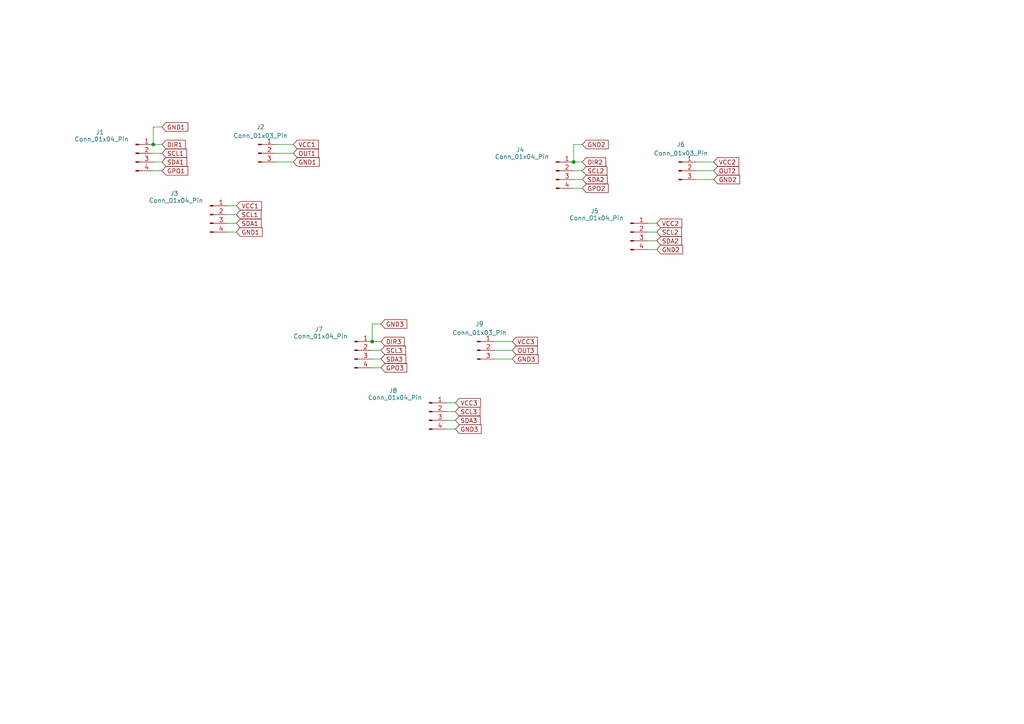
<source format=kicad_sch>
(kicad_sch
	(version 20250114)
	(generator "eeschema")
	(generator_version "9.0")
	(uuid "eb712df4-73c8-4650-b059-aef9392fc849")
	(paper "A4")
	(lib_symbols
		(symbol "Connector:Conn_01x03_Pin"
			(pin_names
				(offset 1.016)
				(hide yes)
			)
			(exclude_from_sim no)
			(in_bom yes)
			(on_board yes)
			(property "Reference" "J"
				(at 0 5.08 0)
				(effects
					(font
						(size 1.27 1.27)
					)
				)
			)
			(property "Value" "Conn_01x03_Pin"
				(at 0 -5.08 0)
				(effects
					(font
						(size 1.27 1.27)
					)
				)
			)
			(property "Footprint" ""
				(at 0 0 0)
				(effects
					(font
						(size 1.27 1.27)
					)
					(hide yes)
				)
			)
			(property "Datasheet" "~"
				(at 0 0 0)
				(effects
					(font
						(size 1.27 1.27)
					)
					(hide yes)
				)
			)
			(property "Description" "Generic connector, single row, 01x03, script generated"
				(at 0 0 0)
				(effects
					(font
						(size 1.27 1.27)
					)
					(hide yes)
				)
			)
			(property "ki_locked" ""
				(at 0 0 0)
				(effects
					(font
						(size 1.27 1.27)
					)
				)
			)
			(property "ki_keywords" "connector"
				(at 0 0 0)
				(effects
					(font
						(size 1.27 1.27)
					)
					(hide yes)
				)
			)
			(property "ki_fp_filters" "Connector*:*_1x??_*"
				(at 0 0 0)
				(effects
					(font
						(size 1.27 1.27)
					)
					(hide yes)
				)
			)
			(symbol "Conn_01x03_Pin_1_1"
				(rectangle
					(start 0.8636 2.667)
					(end 0 2.413)
					(stroke
						(width 0.1524)
						(type default)
					)
					(fill
						(type outline)
					)
				)
				(rectangle
					(start 0.8636 0.127)
					(end 0 -0.127)
					(stroke
						(width 0.1524)
						(type default)
					)
					(fill
						(type outline)
					)
				)
				(rectangle
					(start 0.8636 -2.413)
					(end 0 -2.667)
					(stroke
						(width 0.1524)
						(type default)
					)
					(fill
						(type outline)
					)
				)
				(polyline
					(pts
						(xy 1.27 2.54) (xy 0.8636 2.54)
					)
					(stroke
						(width 0.1524)
						(type default)
					)
					(fill
						(type none)
					)
				)
				(polyline
					(pts
						(xy 1.27 0) (xy 0.8636 0)
					)
					(stroke
						(width 0.1524)
						(type default)
					)
					(fill
						(type none)
					)
				)
				(polyline
					(pts
						(xy 1.27 -2.54) (xy 0.8636 -2.54)
					)
					(stroke
						(width 0.1524)
						(type default)
					)
					(fill
						(type none)
					)
				)
				(pin passive line
					(at 5.08 2.54 180)
					(length 3.81)
					(name "Pin_1"
						(effects
							(font
								(size 1.27 1.27)
							)
						)
					)
					(number "1"
						(effects
							(font
								(size 1.27 1.27)
							)
						)
					)
				)
				(pin passive line
					(at 5.08 0 180)
					(length 3.81)
					(name "Pin_2"
						(effects
							(font
								(size 1.27 1.27)
							)
						)
					)
					(number "2"
						(effects
							(font
								(size 1.27 1.27)
							)
						)
					)
				)
				(pin passive line
					(at 5.08 -2.54 180)
					(length 3.81)
					(name "Pin_3"
						(effects
							(font
								(size 1.27 1.27)
							)
						)
					)
					(number "3"
						(effects
							(font
								(size 1.27 1.27)
							)
						)
					)
				)
			)
			(embedded_fonts no)
		)
		(symbol "Connector:Conn_01x04_Pin"
			(pin_names
				(offset 1.016)
				(hide yes)
			)
			(exclude_from_sim no)
			(in_bom yes)
			(on_board yes)
			(property "Reference" "J"
				(at 0 5.08 0)
				(effects
					(font
						(size 1.27 1.27)
					)
				)
			)
			(property "Value" "Conn_01x04_Pin"
				(at 0 -7.62 0)
				(effects
					(font
						(size 1.27 1.27)
					)
				)
			)
			(property "Footprint" ""
				(at 0 0 0)
				(effects
					(font
						(size 1.27 1.27)
					)
					(hide yes)
				)
			)
			(property "Datasheet" "~"
				(at 0 0 0)
				(effects
					(font
						(size 1.27 1.27)
					)
					(hide yes)
				)
			)
			(property "Description" "Generic connector, single row, 01x04, script generated"
				(at 0 0 0)
				(effects
					(font
						(size 1.27 1.27)
					)
					(hide yes)
				)
			)
			(property "ki_locked" ""
				(at 0 0 0)
				(effects
					(font
						(size 1.27 1.27)
					)
				)
			)
			(property "ki_keywords" "connector"
				(at 0 0 0)
				(effects
					(font
						(size 1.27 1.27)
					)
					(hide yes)
				)
			)
			(property "ki_fp_filters" "Connector*:*_1x??_*"
				(at 0 0 0)
				(effects
					(font
						(size 1.27 1.27)
					)
					(hide yes)
				)
			)
			(symbol "Conn_01x04_Pin_1_1"
				(rectangle
					(start 0.8636 2.667)
					(end 0 2.413)
					(stroke
						(width 0.1524)
						(type default)
					)
					(fill
						(type outline)
					)
				)
				(rectangle
					(start 0.8636 0.127)
					(end 0 -0.127)
					(stroke
						(width 0.1524)
						(type default)
					)
					(fill
						(type outline)
					)
				)
				(rectangle
					(start 0.8636 -2.413)
					(end 0 -2.667)
					(stroke
						(width 0.1524)
						(type default)
					)
					(fill
						(type outline)
					)
				)
				(rectangle
					(start 0.8636 -4.953)
					(end 0 -5.207)
					(stroke
						(width 0.1524)
						(type default)
					)
					(fill
						(type outline)
					)
				)
				(polyline
					(pts
						(xy 1.27 2.54) (xy 0.8636 2.54)
					)
					(stroke
						(width 0.1524)
						(type default)
					)
					(fill
						(type none)
					)
				)
				(polyline
					(pts
						(xy 1.27 0) (xy 0.8636 0)
					)
					(stroke
						(width 0.1524)
						(type default)
					)
					(fill
						(type none)
					)
				)
				(polyline
					(pts
						(xy 1.27 -2.54) (xy 0.8636 -2.54)
					)
					(stroke
						(width 0.1524)
						(type default)
					)
					(fill
						(type none)
					)
				)
				(polyline
					(pts
						(xy 1.27 -5.08) (xy 0.8636 -5.08)
					)
					(stroke
						(width 0.1524)
						(type default)
					)
					(fill
						(type none)
					)
				)
				(pin passive line
					(at 5.08 2.54 180)
					(length 3.81)
					(name "Pin_1"
						(effects
							(font
								(size 1.27 1.27)
							)
						)
					)
					(number "1"
						(effects
							(font
								(size 1.27 1.27)
							)
						)
					)
				)
				(pin passive line
					(at 5.08 0 180)
					(length 3.81)
					(name "Pin_2"
						(effects
							(font
								(size 1.27 1.27)
							)
						)
					)
					(number "2"
						(effects
							(font
								(size 1.27 1.27)
							)
						)
					)
				)
				(pin passive line
					(at 5.08 -2.54 180)
					(length 3.81)
					(name "Pin_3"
						(effects
							(font
								(size 1.27 1.27)
							)
						)
					)
					(number "3"
						(effects
							(font
								(size 1.27 1.27)
							)
						)
					)
				)
				(pin passive line
					(at 5.08 -5.08 180)
					(length 3.81)
					(name "Pin_4"
						(effects
							(font
								(size 1.27 1.27)
							)
						)
					)
					(number "4"
						(effects
							(font
								(size 1.27 1.27)
							)
						)
					)
				)
			)
			(embedded_fonts no)
		)
	)
	(junction
		(at 166.37 46.99)
		(diameter 0)
		(color 0 0 0 0)
		(uuid "459f9bb7-3449-487b-be55-b39602a53da9")
	)
	(junction
		(at 44.45 41.91)
		(diameter 0)
		(color 0 0 0 0)
		(uuid "c234cbec-e479-439d-97b1-abc4a6fa8059")
	)
	(junction
		(at 107.95 99.06)
		(diameter 0)
		(color 0 0 0 0)
		(uuid "c8a9724e-7a42-465f-8f7d-5761cc1cffb6")
	)
	(wire
		(pts
			(xy 80.01 41.91) (xy 85.09 41.91)
		)
		(stroke
			(width 0)
			(type default)
		)
		(uuid "05721362-e272-49a4-8bca-5570da0272a5")
	)
	(wire
		(pts
			(xy 46.99 36.83) (xy 44.45 36.83)
		)
		(stroke
			(width 0)
			(type default)
		)
		(uuid "1046ff8a-0b66-4351-844e-3a20943ca96b")
	)
	(wire
		(pts
			(xy 187.96 69.85) (xy 190.5 69.85)
		)
		(stroke
			(width 0)
			(type default)
		)
		(uuid "11f593d7-ffa6-450b-83f5-12febc5f82a6")
	)
	(wire
		(pts
			(xy 168.91 41.91) (xy 166.37 41.91)
		)
		(stroke
			(width 0)
			(type default)
		)
		(uuid "18e04f0c-e8d5-4b47-bb42-6202f05ba3a3")
	)
	(wire
		(pts
			(xy 129.54 124.46) (xy 132.08 124.46)
		)
		(stroke
			(width 0)
			(type default)
		)
		(uuid "1e83fa2f-9065-45e1-870d-50074c102520")
	)
	(wire
		(pts
			(xy 143.51 99.06) (xy 148.59 99.06)
		)
		(stroke
			(width 0)
			(type default)
		)
		(uuid "21713d14-b23e-4efc-8cc6-09e16e030d9d")
	)
	(wire
		(pts
			(xy 143.51 104.14) (xy 148.59 104.14)
		)
		(stroke
			(width 0)
			(type default)
		)
		(uuid "227528ae-e6dd-4e68-b18d-ff4645086ac6")
	)
	(wire
		(pts
			(xy 166.37 52.07) (xy 168.91 52.07)
		)
		(stroke
			(width 0)
			(type default)
		)
		(uuid "2be49602-0ede-4041-81f2-1ed295afb092")
	)
	(wire
		(pts
			(xy 44.45 41.91) (xy 46.99 41.91)
		)
		(stroke
			(width 0)
			(type default)
		)
		(uuid "3eb21d9d-1cff-4a1f-be2b-3fc7d0a1841e")
	)
	(wire
		(pts
			(xy 107.95 104.14) (xy 110.49 104.14)
		)
		(stroke
			(width 0)
			(type default)
		)
		(uuid "4296f6e9-e5e8-4b54-b70c-bfeb132b91ee")
	)
	(wire
		(pts
			(xy 143.51 101.6) (xy 148.59 101.6)
		)
		(stroke
			(width 0)
			(type default)
		)
		(uuid "442dd0b1-aa4d-4c02-a478-13af44426f9d")
	)
	(wire
		(pts
			(xy 129.54 116.84) (xy 132.08 116.84)
		)
		(stroke
			(width 0)
			(type default)
		)
		(uuid "5422e79a-c2aa-4420-8053-bfc9ec260882")
	)
	(wire
		(pts
			(xy 107.95 99.06) (xy 110.49 99.06)
		)
		(stroke
			(width 0)
			(type default)
		)
		(uuid "5d7aaf67-938d-4886-83bb-17f70307097a")
	)
	(wire
		(pts
			(xy 44.45 36.83) (xy 44.45 41.91)
		)
		(stroke
			(width 0)
			(type default)
		)
		(uuid "60d408e0-6d7c-42dc-b1f6-bffd99899aab")
	)
	(wire
		(pts
			(xy 66.04 62.23) (xy 68.58 62.23)
		)
		(stroke
			(width 0)
			(type default)
		)
		(uuid "652e94f9-a16d-4909-8c18-0bb02138e4c5")
	)
	(wire
		(pts
			(xy 44.45 49.53) (xy 46.99 49.53)
		)
		(stroke
			(width 0)
			(type default)
		)
		(uuid "65fb5167-af21-43d7-baaf-6d08f38645b1")
	)
	(wire
		(pts
			(xy 66.04 64.77) (xy 68.58 64.77)
		)
		(stroke
			(width 0)
			(type default)
		)
		(uuid "682cf6c8-b0d5-4486-8161-9ec0701dab29")
	)
	(wire
		(pts
			(xy 107.95 101.6) (xy 110.49 101.6)
		)
		(stroke
			(width 0)
			(type default)
		)
		(uuid "6b3ff2a8-ad8a-4e75-b597-4a312b42ce96")
	)
	(wire
		(pts
			(xy 107.95 106.68) (xy 110.49 106.68)
		)
		(stroke
			(width 0)
			(type default)
		)
		(uuid "897facdd-5daf-4a60-8e75-312c3c7806f3")
	)
	(wire
		(pts
			(xy 166.37 54.61) (xy 168.91 54.61)
		)
		(stroke
			(width 0)
			(type default)
		)
		(uuid "8d404006-59e5-4ffb-9e6b-f864bf3af8c5")
	)
	(wire
		(pts
			(xy 201.93 49.53) (xy 207.01 49.53)
		)
		(stroke
			(width 0)
			(type default)
		)
		(uuid "92529e39-da72-443d-ad28-1359ef07fc14")
	)
	(wire
		(pts
			(xy 166.37 41.91) (xy 166.37 46.99)
		)
		(stroke
			(width 0)
			(type default)
		)
		(uuid "97903b90-45b6-42e4-b796-0f842960bcc1")
	)
	(wire
		(pts
			(xy 110.49 93.98) (xy 107.95 93.98)
		)
		(stroke
			(width 0)
			(type default)
		)
		(uuid "9adfee49-8af7-4af2-b841-5b0ae51f7db9")
	)
	(wire
		(pts
			(xy 80.01 46.99) (xy 85.09 46.99)
		)
		(stroke
			(width 0)
			(type default)
		)
		(uuid "b6586888-7916-4666-bde5-9d517b64eb50")
	)
	(wire
		(pts
			(xy 44.45 44.45) (xy 46.99 44.45)
		)
		(stroke
			(width 0)
			(type default)
		)
		(uuid "c1864f79-21f0-43b7-beaf-7cf261131e7a")
	)
	(wire
		(pts
			(xy 187.96 64.77) (xy 190.5 64.77)
		)
		(stroke
			(width 0)
			(type default)
		)
		(uuid "c47ea73c-59fe-43bc-8acc-764ff0311ce7")
	)
	(wire
		(pts
			(xy 187.96 67.31) (xy 190.5 67.31)
		)
		(stroke
			(width 0)
			(type default)
		)
		(uuid "c8dd815d-d86f-4fff-a2dc-b0bbb9f4f3a8")
	)
	(wire
		(pts
			(xy 129.54 121.92) (xy 132.08 121.92)
		)
		(stroke
			(width 0)
			(type default)
		)
		(uuid "cf92a834-4a53-42d7-a31e-6ed0fe58fecf")
	)
	(wire
		(pts
			(xy 129.54 119.38) (xy 132.08 119.38)
		)
		(stroke
			(width 0)
			(type default)
		)
		(uuid "d5adf2b7-5bf0-496d-9542-5878fef9616f")
	)
	(wire
		(pts
			(xy 66.04 67.31) (xy 68.58 67.31)
		)
		(stroke
			(width 0)
			(type default)
		)
		(uuid "d824af14-ba6a-4e96-a6ad-feab5bdb384d")
	)
	(wire
		(pts
			(xy 201.93 52.07) (xy 207.01 52.07)
		)
		(stroke
			(width 0)
			(type default)
		)
		(uuid "de152138-1c90-422a-a731-80dd23e56261")
	)
	(wire
		(pts
			(xy 201.93 46.99) (xy 207.01 46.99)
		)
		(stroke
			(width 0)
			(type default)
		)
		(uuid "df3b5c7e-6031-43ee-8f4a-bee112a6ac8a")
	)
	(wire
		(pts
			(xy 166.37 46.99) (xy 168.91 46.99)
		)
		(stroke
			(width 0)
			(type default)
		)
		(uuid "e53fcaec-238e-49a6-ba52-8c2f76cd512e")
	)
	(wire
		(pts
			(xy 66.04 59.69) (xy 68.58 59.69)
		)
		(stroke
			(width 0)
			(type default)
		)
		(uuid "ea95d258-d907-4ee4-8899-500f1842bdb0")
	)
	(wire
		(pts
			(xy 80.01 44.45) (xy 85.09 44.45)
		)
		(stroke
			(width 0)
			(type default)
		)
		(uuid "ecb58ee8-6d33-4620-8c67-7e25821c4a40")
	)
	(wire
		(pts
			(xy 107.95 93.98) (xy 107.95 99.06)
		)
		(stroke
			(width 0)
			(type default)
		)
		(uuid "f26df874-f543-498a-ae99-1936394258d8")
	)
	(wire
		(pts
			(xy 44.45 46.99) (xy 46.99 46.99)
		)
		(stroke
			(width 0)
			(type default)
		)
		(uuid "fa91fa55-2837-4905-8c6a-3cad4c366fce")
	)
	(wire
		(pts
			(xy 187.96 72.39) (xy 190.5 72.39)
		)
		(stroke
			(width 0)
			(type default)
		)
		(uuid "fe430a5f-b04b-4471-94b4-59c83ee222d8")
	)
	(wire
		(pts
			(xy 166.37 49.53) (xy 168.91 49.53)
		)
		(stroke
			(width 0)
			(type default)
		)
		(uuid "ff43943d-60f7-4b4e-80fb-53ea3b670296")
	)
	(global_label "GND1"
		(shape input)
		(at 46.99 36.83 0)
		(fields_autoplaced yes)
		(effects
			(font
				(size 1.27 1.27)
			)
			(justify left)
		)
		(uuid "02252e93-6dbe-4cf7-ac54-7bab68b931e5")
		(property "Intersheetrefs" "${INTERSHEET_REFS}"
			(at 55.0552 36.83 0)
			(effects
				(font
					(size 1.27 1.27)
				)
				(justify left)
				(hide yes)
			)
		)
	)
	(global_label "VCC2"
		(shape input)
		(at 207.01 46.99 0)
		(fields_autoplaced yes)
		(effects
			(font
				(size 1.27 1.27)
			)
			(justify left)
		)
		(uuid "03c99353-ef07-4738-a420-6924f707a1b1")
		(property "Intersheetrefs" "${INTERSHEET_REFS}"
			(at 214.8333 46.99 0)
			(effects
				(font
					(size 1.27 1.27)
				)
				(justify left)
				(hide yes)
			)
		)
	)
	(global_label "GND1"
		(shape input)
		(at 68.58 67.31 0)
		(fields_autoplaced yes)
		(effects
			(font
				(size 1.27 1.27)
			)
			(justify left)
		)
		(uuid "05912be5-cb62-48a1-b503-2992b69b3e75")
		(property "Intersheetrefs" "${INTERSHEET_REFS}"
			(at 76.6452 67.31 0)
			(effects
				(font
					(size 1.27 1.27)
				)
				(justify left)
				(hide yes)
			)
		)
	)
	(global_label "SCL1"
		(shape input)
		(at 46.99 44.45 0)
		(fields_autoplaced yes)
		(effects
			(font
				(size 1.27 1.27)
			)
			(justify left)
		)
		(uuid "0f66e3e4-2505-44b2-ac06-38d3be3fa341")
		(property "Intersheetrefs" "${INTERSHEET_REFS}"
			(at 54.6923 44.45 0)
			(effects
				(font
					(size 1.27 1.27)
				)
				(justify left)
				(hide yes)
			)
		)
	)
	(global_label "GPO1"
		(shape input)
		(at 46.99 49.53 0)
		(fields_autoplaced yes)
		(effects
			(font
				(size 1.27 1.27)
			)
			(justify left)
		)
		(uuid "0f6bd5da-1c90-4177-94f1-79e63ecba757")
		(property "Intersheetrefs" "${INTERSHEET_REFS}"
			(at 55.0552 49.53 0)
			(effects
				(font
					(size 1.27 1.27)
				)
				(justify left)
				(hide yes)
			)
		)
	)
	(global_label "SDA1"
		(shape input)
		(at 68.58 64.77 0)
		(fields_autoplaced yes)
		(effects
			(font
				(size 1.27 1.27)
			)
			(justify left)
		)
		(uuid "15070e95-e878-4ea8-b208-10bf6d0f6431")
		(property "Intersheetrefs" "${INTERSHEET_REFS}"
			(at 76.3428 64.77 0)
			(effects
				(font
					(size 1.27 1.27)
				)
				(justify left)
				(hide yes)
			)
		)
	)
	(global_label "OUT3"
		(shape input)
		(at 148.59 101.6 0)
		(fields_autoplaced yes)
		(effects
			(font
				(size 1.27 1.27)
			)
			(justify left)
		)
		(uuid "156e6b8c-b2b9-4020-bfef-a8f14d4ac7e8")
		(property "Intersheetrefs" "${INTERSHEET_REFS}"
			(at 156.4133 101.6 0)
			(effects
				(font
					(size 1.27 1.27)
				)
				(justify left)
				(hide yes)
			)
		)
	)
	(global_label "GPO3"
		(shape input)
		(at 110.49 106.68 0)
		(fields_autoplaced yes)
		(effects
			(font
				(size 1.27 1.27)
			)
			(justify left)
		)
		(uuid "1648fb5d-7b29-41c8-b1bc-833fa8037914")
		(property "Intersheetrefs" "${INTERSHEET_REFS}"
			(at 118.5552 106.68 0)
			(effects
				(font
					(size 1.27 1.27)
				)
				(justify left)
				(hide yes)
			)
		)
	)
	(global_label "SDA2"
		(shape input)
		(at 190.5 69.85 0)
		(fields_autoplaced yes)
		(effects
			(font
				(size 1.27 1.27)
			)
			(justify left)
		)
		(uuid "18b8fc09-d0c4-4067-a75d-adb124e5028e")
		(property "Intersheetrefs" "${INTERSHEET_REFS}"
			(at 198.2628 69.85 0)
			(effects
				(font
					(size 1.27 1.27)
				)
				(justify left)
				(hide yes)
			)
		)
	)
	(global_label "SCL1"
		(shape input)
		(at 68.58 62.23 0)
		(fields_autoplaced yes)
		(effects
			(font
				(size 1.27 1.27)
			)
			(justify left)
		)
		(uuid "22eaa459-6363-42c4-9faf-5b3e77f99a78")
		(property "Intersheetrefs" "${INTERSHEET_REFS}"
			(at 76.2823 62.23 0)
			(effects
				(font
					(size 1.27 1.27)
				)
				(justify left)
				(hide yes)
			)
		)
	)
	(global_label "SDA3"
		(shape input)
		(at 132.08 121.92 0)
		(fields_autoplaced yes)
		(effects
			(font
				(size 1.27 1.27)
			)
			(justify left)
		)
		(uuid "33c75c1d-9381-4bd9-bfd1-07821b5e4051")
		(property "Intersheetrefs" "${INTERSHEET_REFS}"
			(at 139.8428 121.92 0)
			(effects
				(font
					(size 1.27 1.27)
				)
				(justify left)
				(hide yes)
			)
		)
	)
	(global_label "GND3"
		(shape input)
		(at 148.59 104.14 0)
		(fields_autoplaced yes)
		(effects
			(font
				(size 1.27 1.27)
			)
			(justify left)
		)
		(uuid "47bead54-0a92-4895-a638-4eb2d45f8ba5")
		(property "Intersheetrefs" "${INTERSHEET_REFS}"
			(at 156.6552 104.14 0)
			(effects
				(font
					(size 1.27 1.27)
				)
				(justify left)
				(hide yes)
			)
		)
	)
	(global_label "VCC3"
		(shape input)
		(at 132.08 116.84 0)
		(fields_autoplaced yes)
		(effects
			(font
				(size 1.27 1.27)
			)
			(justify left)
		)
		(uuid "4c13b3b3-7208-4c36-a365-75d792a08976")
		(property "Intersheetrefs" "${INTERSHEET_REFS}"
			(at 139.9033 116.84 0)
			(effects
				(font
					(size 1.27 1.27)
				)
				(justify left)
				(hide yes)
			)
		)
	)
	(global_label "GND3"
		(shape input)
		(at 110.49 93.98 0)
		(fields_autoplaced yes)
		(effects
			(font
				(size 1.27 1.27)
			)
			(justify left)
		)
		(uuid "4c2300e0-3846-4c05-8988-95eb3cbe982a")
		(property "Intersheetrefs" "${INTERSHEET_REFS}"
			(at 118.5552 93.98 0)
			(effects
				(font
					(size 1.27 1.27)
				)
				(justify left)
				(hide yes)
			)
		)
	)
	(global_label "SDA2"
		(shape input)
		(at 168.91 52.07 0)
		(fields_autoplaced yes)
		(effects
			(font
				(size 1.27 1.27)
			)
			(justify left)
		)
		(uuid "5189f2c4-8bb3-468f-a9a4-9a6cdb0250db")
		(property "Intersheetrefs" "${INTERSHEET_REFS}"
			(at 176.6728 52.07 0)
			(effects
				(font
					(size 1.27 1.27)
				)
				(justify left)
				(hide yes)
			)
		)
	)
	(global_label "VCC1"
		(shape input)
		(at 85.09 41.91 0)
		(fields_autoplaced yes)
		(effects
			(font
				(size 1.27 1.27)
			)
			(justify left)
		)
		(uuid "593e2227-7830-4210-9d9c-e782da21be43")
		(property "Intersheetrefs" "${INTERSHEET_REFS}"
			(at 92.9133 41.91 0)
			(effects
				(font
					(size 1.27 1.27)
				)
				(justify left)
				(hide yes)
			)
		)
	)
	(global_label "GND2"
		(shape input)
		(at 168.91 41.91 0)
		(fields_autoplaced yes)
		(effects
			(font
				(size 1.27 1.27)
			)
			(justify left)
		)
		(uuid "5dcdd712-5a15-4114-89ba-f570fb28113c")
		(property "Intersheetrefs" "${INTERSHEET_REFS}"
			(at 176.9752 41.91 0)
			(effects
				(font
					(size 1.27 1.27)
				)
				(justify left)
				(hide yes)
			)
		)
	)
	(global_label "SCL2"
		(shape input)
		(at 168.91 49.53 0)
		(fields_autoplaced yes)
		(effects
			(font
				(size 1.27 1.27)
			)
			(justify left)
		)
		(uuid "5ee90709-00f5-4043-9196-5a805dd65454")
		(property "Intersheetrefs" "${INTERSHEET_REFS}"
			(at 176.6123 49.53 0)
			(effects
				(font
					(size 1.27 1.27)
				)
				(justify left)
				(hide yes)
			)
		)
	)
	(global_label "SDA3"
		(shape input)
		(at 110.49 104.14 0)
		(fields_autoplaced yes)
		(effects
			(font
				(size 1.27 1.27)
			)
			(justify left)
		)
		(uuid "63ee89b5-951d-4ce3-af95-f6224733223d")
		(property "Intersheetrefs" "${INTERSHEET_REFS}"
			(at 118.2528 104.14 0)
			(effects
				(font
					(size 1.27 1.27)
				)
				(justify left)
				(hide yes)
			)
		)
	)
	(global_label "VCC2"
		(shape input)
		(at 190.5 64.77 0)
		(fields_autoplaced yes)
		(effects
			(font
				(size 1.27 1.27)
			)
			(justify left)
		)
		(uuid "6953efe2-8d2d-4c86-bac0-4e1260584d39")
		(property "Intersheetrefs" "${INTERSHEET_REFS}"
			(at 198.3233 64.77 0)
			(effects
				(font
					(size 1.27 1.27)
				)
				(justify left)
				(hide yes)
			)
		)
	)
	(global_label "SCL3"
		(shape input)
		(at 132.08 119.38 0)
		(fields_autoplaced yes)
		(effects
			(font
				(size 1.27 1.27)
			)
			(justify left)
		)
		(uuid "6b3eea2f-2a18-408f-bbd9-34470965e318")
		(property "Intersheetrefs" "${INTERSHEET_REFS}"
			(at 139.7823 119.38 0)
			(effects
				(font
					(size 1.27 1.27)
				)
				(justify left)
				(hide yes)
			)
		)
	)
	(global_label "GND3"
		(shape input)
		(at 132.08 124.46 0)
		(fields_autoplaced yes)
		(effects
			(font
				(size 1.27 1.27)
			)
			(justify left)
		)
		(uuid "74bbc93e-82a3-45a8-8611-d2fdc9467d91")
		(property "Intersheetrefs" "${INTERSHEET_REFS}"
			(at 140.1452 124.46 0)
			(effects
				(font
					(size 1.27 1.27)
				)
				(justify left)
				(hide yes)
			)
		)
	)
	(global_label "SCL2"
		(shape input)
		(at 190.5 67.31 0)
		(fields_autoplaced yes)
		(effects
			(font
				(size 1.27 1.27)
			)
			(justify left)
		)
		(uuid "88ee7c1c-379f-4605-bdbb-a950d5e52eb0")
		(property "Intersheetrefs" "${INTERSHEET_REFS}"
			(at 198.2023 67.31 0)
			(effects
				(font
					(size 1.27 1.27)
				)
				(justify left)
				(hide yes)
			)
		)
	)
	(global_label "SCL3"
		(shape input)
		(at 110.49 101.6 0)
		(fields_autoplaced yes)
		(effects
			(font
				(size 1.27 1.27)
			)
			(justify left)
		)
		(uuid "8ceccb50-c9d5-4be8-b9ff-060c6fdeace7")
		(property "Intersheetrefs" "${INTERSHEET_REFS}"
			(at 118.1923 101.6 0)
			(effects
				(font
					(size 1.27 1.27)
				)
				(justify left)
				(hide yes)
			)
		)
	)
	(global_label "SDA1"
		(shape input)
		(at 46.99 46.99 0)
		(fields_autoplaced yes)
		(effects
			(font
				(size 1.27 1.27)
			)
			(justify left)
		)
		(uuid "97b96f3f-b82b-49af-8bcc-4c1f7b11d0e3")
		(property "Intersheetrefs" "${INTERSHEET_REFS}"
			(at 54.7528 46.99 0)
			(effects
				(font
					(size 1.27 1.27)
				)
				(justify left)
				(hide yes)
			)
		)
	)
	(global_label "DIR3"
		(shape input)
		(at 110.49 99.06 0)
		(fields_autoplaced yes)
		(effects
			(font
				(size 1.27 1.27)
			)
			(justify left)
		)
		(uuid "ad388495-d898-489f-8998-df137ee48ea5")
		(property "Intersheetrefs" "${INTERSHEET_REFS}"
			(at 117.8295 99.06 0)
			(effects
				(font
					(size 1.27 1.27)
				)
				(justify left)
				(hide yes)
			)
		)
	)
	(global_label "GPO2"
		(shape input)
		(at 168.91 54.61 0)
		(fields_autoplaced yes)
		(effects
			(font
				(size 1.27 1.27)
			)
			(justify left)
		)
		(uuid "c43eaf9b-02bd-40b6-ae4f-8daa71307244")
		(property "Intersheetrefs" "${INTERSHEET_REFS}"
			(at 176.9752 54.61 0)
			(effects
				(font
					(size 1.27 1.27)
				)
				(justify left)
				(hide yes)
			)
		)
	)
	(global_label "GND1"
		(shape input)
		(at 85.09 46.99 0)
		(fields_autoplaced yes)
		(effects
			(font
				(size 1.27 1.27)
			)
			(justify left)
		)
		(uuid "c8625f11-96fd-4fb2-b8c0-be4c6a0301ff")
		(property "Intersheetrefs" "${INTERSHEET_REFS}"
			(at 93.1552 46.99 0)
			(effects
				(font
					(size 1.27 1.27)
				)
				(justify left)
				(hide yes)
			)
		)
	)
	(global_label "VCC1"
		(shape input)
		(at 68.58 59.69 0)
		(fields_autoplaced yes)
		(effects
			(font
				(size 1.27 1.27)
			)
			(justify left)
		)
		(uuid "c90d8bd5-18dc-4569-9c9b-01c81d055942")
		(property "Intersheetrefs" "${INTERSHEET_REFS}"
			(at 76.4033 59.69 0)
			(effects
				(font
					(size 1.27 1.27)
				)
				(justify left)
				(hide yes)
			)
		)
	)
	(global_label "GND2"
		(shape input)
		(at 207.01 52.07 0)
		(fields_autoplaced yes)
		(effects
			(font
				(size 1.27 1.27)
			)
			(justify left)
		)
		(uuid "d2c36585-46bb-4b60-90fe-2bf9af543fec")
		(property "Intersheetrefs" "${INTERSHEET_REFS}"
			(at 215.0752 52.07 0)
			(effects
				(font
					(size 1.27 1.27)
				)
				(justify left)
				(hide yes)
			)
		)
	)
	(global_label "OUT2"
		(shape input)
		(at 207.01 49.53 0)
		(fields_autoplaced yes)
		(effects
			(font
				(size 1.27 1.27)
			)
			(justify left)
		)
		(uuid "dc38dc55-62c4-4ed5-af8e-039f99bacbf0")
		(property "Intersheetrefs" "${INTERSHEET_REFS}"
			(at 214.8333 49.53 0)
			(effects
				(font
					(size 1.27 1.27)
				)
				(justify left)
				(hide yes)
			)
		)
	)
	(global_label "DIR2"
		(shape input)
		(at 168.91 46.99 0)
		(fields_autoplaced yes)
		(effects
			(font
				(size 1.27 1.27)
			)
			(justify left)
		)
		(uuid "df05a130-0d5a-4342-a67a-b1793956f469")
		(property "Intersheetrefs" "${INTERSHEET_REFS}"
			(at 176.2495 46.99 0)
			(effects
				(font
					(size 1.27 1.27)
				)
				(justify left)
				(hide yes)
			)
		)
	)
	(global_label "OUT1"
		(shape input)
		(at 85.09 44.45 0)
		(fields_autoplaced yes)
		(effects
			(font
				(size 1.27 1.27)
			)
			(justify left)
		)
		(uuid "e3ac97ce-4bc6-41ac-8ccb-4fa6197c9f35")
		(property "Intersheetrefs" "${INTERSHEET_REFS}"
			(at 92.9133 44.45 0)
			(effects
				(font
					(size 1.27 1.27)
				)
				(justify left)
				(hide yes)
			)
		)
	)
	(global_label "VCC3"
		(shape input)
		(at 148.59 99.06 0)
		(fields_autoplaced yes)
		(effects
			(font
				(size 1.27 1.27)
			)
			(justify left)
		)
		(uuid "e85efe60-ef7e-4455-9198-fc1abf2c96ba")
		(property "Intersheetrefs" "${INTERSHEET_REFS}"
			(at 156.4133 99.06 0)
			(effects
				(font
					(size 1.27 1.27)
				)
				(justify left)
				(hide yes)
			)
		)
	)
	(global_label "GND2"
		(shape input)
		(at 190.5 72.39 0)
		(fields_autoplaced yes)
		(effects
			(font
				(size 1.27 1.27)
			)
			(justify left)
		)
		(uuid "ead94607-3456-459a-b231-711a09069c83")
		(property "Intersheetrefs" "${INTERSHEET_REFS}"
			(at 198.5652 72.39 0)
			(effects
				(font
					(size 1.27 1.27)
				)
				(justify left)
				(hide yes)
			)
		)
	)
	(global_label "DIR1"
		(shape input)
		(at 46.99 41.91 0)
		(fields_autoplaced yes)
		(effects
			(font
				(size 1.27 1.27)
			)
			(justify left)
		)
		(uuid "ec779f7e-926a-4158-ba96-faeef9885a94")
		(property "Intersheetrefs" "${INTERSHEET_REFS}"
			(at 54.3295 41.91 0)
			(effects
				(font
					(size 1.27 1.27)
				)
				(justify left)
				(hide yes)
			)
		)
	)
	(symbol
		(lib_id "Connector:Conn_01x03_Pin")
		(at 196.85 49.53 0)
		(unit 1)
		(exclude_from_sim no)
		(in_bom yes)
		(on_board yes)
		(dnp no)
		(fields_autoplaced yes)
		(uuid "0b5861e7-c82e-4f5b-b6a4-a13d1306698f")
		(property "Reference" "J6"
			(at 197.485 41.91 0)
			(effects
				(font
					(size 1.27 1.27)
				)
			)
		)
		(property "Value" "Conn_01x03_Pin"
			(at 197.485 44.45 0)
			(effects
				(font
					(size 1.27 1.27)
				)
			)
		)
		(property "Footprint" "Connector_PinHeader_2.54mm:PinHeader_1x03_P2.54mm_Vertical"
			(at 196.85 49.53 0)
			(effects
				(font
					(size 1.27 1.27)
				)
				(hide yes)
			)
		)
		(property "Datasheet" "~"
			(at 196.85 49.53 0)
			(effects
				(font
					(size 1.27 1.27)
				)
				(hide yes)
			)
		)
		(property "Description" "Generic connector, single row, 01x03, script generated"
			(at 196.85 49.53 0)
			(effects
				(font
					(size 1.27 1.27)
				)
				(hide yes)
			)
		)
		(pin "2"
			(uuid "0e88afc3-5831-4c93-b803-9efd1c14de52")
		)
		(pin "1"
			(uuid "0971d93e-fcf4-472d-8c6e-f7a29dc3df13")
		)
		(pin "3"
			(uuid "c17b2bba-4f7b-4dfe-80d0-60881638a3f6")
		)
		(instances
			(project "PCB AS5600"
				(path "/eb712df4-73c8-4650-b059-aef9392fc849"
					(reference "J6")
					(unit 1)
				)
			)
		)
	)
	(symbol
		(lib_id "Connector:Conn_01x04_Pin")
		(at 39.37 44.45 0)
		(unit 1)
		(exclude_from_sim no)
		(in_bom yes)
		(on_board yes)
		(dnp no)
		(uuid "0f2b77c8-6403-4541-89e6-55f5e1559ca3")
		(property "Reference" "J1"
			(at 28.956 38.354 0)
			(effects
				(font
					(size 1.27 1.27)
				)
			)
		)
		(property "Value" "Conn_01x04_Pin"
			(at 29.464 40.386 0)
			(effects
				(font
					(size 1.27 1.27)
				)
			)
		)
		(property "Footprint" "Connector_PinHeader_2.54mm:PinHeader_1x04_P2.54mm_Vertical"
			(at 39.37 44.45 0)
			(effects
				(font
					(size 1.27 1.27)
				)
				(hide yes)
			)
		)
		(property "Datasheet" "~"
			(at 39.37 44.45 0)
			(effects
				(font
					(size 1.27 1.27)
				)
				(hide yes)
			)
		)
		(property "Description" "Generic connector, single row, 01x04, script generated"
			(at 39.37 44.45 0)
			(effects
				(font
					(size 1.27 1.27)
				)
				(hide yes)
			)
		)
		(pin "1"
			(uuid "97b6e8d3-f457-43f8-91f3-12ceaccdd60a")
		)
		(pin "2"
			(uuid "dfa118bb-c236-408e-92e3-a4e39841aec3")
		)
		(pin "4"
			(uuid "e50bd695-c6bc-4d4e-a764-0be4f1c78c1b")
		)
		(pin "3"
			(uuid "748e2022-56dc-4ce6-886d-bc814a78f964")
		)
		(instances
			(project ""
				(path "/eb712df4-73c8-4650-b059-aef9392fc849"
					(reference "J1")
					(unit 1)
				)
			)
		)
	)
	(symbol
		(lib_id "Connector:Conn_01x03_Pin")
		(at 138.43 101.6 0)
		(unit 1)
		(exclude_from_sim no)
		(in_bom yes)
		(on_board yes)
		(dnp no)
		(fields_autoplaced yes)
		(uuid "2480cb25-999c-4976-8172-d9c86737fe49")
		(property "Reference" "J9"
			(at 139.065 93.98 0)
			(effects
				(font
					(size 1.27 1.27)
				)
			)
		)
		(property "Value" "Conn_01x03_Pin"
			(at 139.065 96.52 0)
			(effects
				(font
					(size 1.27 1.27)
				)
			)
		)
		(property "Footprint" "Connector_PinHeader_2.54mm:PinHeader_1x03_P2.54mm_Vertical"
			(at 138.43 101.6 0)
			(effects
				(font
					(size 1.27 1.27)
				)
				(hide yes)
			)
		)
		(property "Datasheet" "~"
			(at 138.43 101.6 0)
			(effects
				(font
					(size 1.27 1.27)
				)
				(hide yes)
			)
		)
		(property "Description" "Generic connector, single row, 01x03, script generated"
			(at 138.43 101.6 0)
			(effects
				(font
					(size 1.27 1.27)
				)
				(hide yes)
			)
		)
		(pin "2"
			(uuid "254b74a3-cc0c-4e0b-8ee9-584fb1229e5f")
		)
		(pin "1"
			(uuid "b2ac30ab-ce71-4dda-a03d-c91125b2abe2")
		)
		(pin "3"
			(uuid "679d15bc-3466-4f90-b3e0-407e37725412")
		)
		(instances
			(project "PCB AS5600"
				(path "/eb712df4-73c8-4650-b059-aef9392fc849"
					(reference "J9")
					(unit 1)
				)
			)
		)
	)
	(symbol
		(lib_id "Connector:Conn_01x03_Pin")
		(at 74.93 44.45 0)
		(unit 1)
		(exclude_from_sim no)
		(in_bom yes)
		(on_board yes)
		(dnp no)
		(fields_autoplaced yes)
		(uuid "26181424-4a27-4612-b6e7-78e5194f3395")
		(property "Reference" "J2"
			(at 75.565 36.83 0)
			(effects
				(font
					(size 1.27 1.27)
				)
			)
		)
		(property "Value" "Conn_01x03_Pin"
			(at 75.565 39.37 0)
			(effects
				(font
					(size 1.27 1.27)
				)
			)
		)
		(property "Footprint" "Connector_PinHeader_2.54mm:PinHeader_1x03_P2.54mm_Vertical"
			(at 74.93 44.45 0)
			(effects
				(font
					(size 1.27 1.27)
				)
				(hide yes)
			)
		)
		(property "Datasheet" "~"
			(at 74.93 44.45 0)
			(effects
				(font
					(size 1.27 1.27)
				)
				(hide yes)
			)
		)
		(property "Description" "Generic connector, single row, 01x03, script generated"
			(at 74.93 44.45 0)
			(effects
				(font
					(size 1.27 1.27)
				)
				(hide yes)
			)
		)
		(pin "2"
			(uuid "33043969-fd98-4093-880c-12cf81c02d99")
		)
		(pin "1"
			(uuid "eb235192-2b40-4ec9-8bce-20ba7b5b0bd2")
		)
		(pin "3"
			(uuid "120829f1-897c-4c79-8961-e2e0677c27ff")
		)
		(instances
			(project ""
				(path "/eb712df4-73c8-4650-b059-aef9392fc849"
					(reference "J2")
					(unit 1)
				)
			)
		)
	)
	(symbol
		(lib_id "Connector:Conn_01x04_Pin")
		(at 161.29 49.53 0)
		(unit 1)
		(exclude_from_sim no)
		(in_bom yes)
		(on_board yes)
		(dnp no)
		(uuid "7f1824ee-4d2c-4363-a4b1-d8bb1947fab9")
		(property "Reference" "J4"
			(at 150.876 43.434 0)
			(effects
				(font
					(size 1.27 1.27)
				)
			)
		)
		(property "Value" "Conn_01x04_Pin"
			(at 151.384 45.466 0)
			(effects
				(font
					(size 1.27 1.27)
				)
			)
		)
		(property "Footprint" "Connector_PinHeader_2.54mm:PinHeader_1x04_P2.54mm_Vertical"
			(at 161.29 49.53 0)
			(effects
				(font
					(size 1.27 1.27)
				)
				(hide yes)
			)
		)
		(property "Datasheet" "~"
			(at 161.29 49.53 0)
			(effects
				(font
					(size 1.27 1.27)
				)
				(hide yes)
			)
		)
		(property "Description" "Generic connector, single row, 01x04, script generated"
			(at 161.29 49.53 0)
			(effects
				(font
					(size 1.27 1.27)
				)
				(hide yes)
			)
		)
		(pin "1"
			(uuid "3dc3bdc4-b50c-4d9f-944c-7dedbb0362a6")
		)
		(pin "2"
			(uuid "351edda0-faaa-4adc-b533-80bda4cbd216")
		)
		(pin "4"
			(uuid "3eb9a2ea-763c-49a1-b83f-0862f46067a8")
		)
		(pin "3"
			(uuid "a4bf4269-a033-45cd-be9c-204d04910eea")
		)
		(instances
			(project "PCB AS5600"
				(path "/eb712df4-73c8-4650-b059-aef9392fc849"
					(reference "J4")
					(unit 1)
				)
			)
		)
	)
	(symbol
		(lib_id "Connector:Conn_01x04_Pin")
		(at 102.87 101.6 0)
		(unit 1)
		(exclude_from_sim no)
		(in_bom yes)
		(on_board yes)
		(dnp no)
		(uuid "9f2c8834-d505-4bad-98d1-74d01d2214e8")
		(property "Reference" "J7"
			(at 92.456 95.504 0)
			(effects
				(font
					(size 1.27 1.27)
				)
			)
		)
		(property "Value" "Conn_01x04_Pin"
			(at 92.964 97.536 0)
			(effects
				(font
					(size 1.27 1.27)
				)
			)
		)
		(property "Footprint" "Connector_PinHeader_2.54mm:PinHeader_1x04_P2.54mm_Vertical"
			(at 102.87 101.6 0)
			(effects
				(font
					(size 1.27 1.27)
				)
				(hide yes)
			)
		)
		(property "Datasheet" "~"
			(at 102.87 101.6 0)
			(effects
				(font
					(size 1.27 1.27)
				)
				(hide yes)
			)
		)
		(property "Description" "Generic connector, single row, 01x04, script generated"
			(at 102.87 101.6 0)
			(effects
				(font
					(size 1.27 1.27)
				)
				(hide yes)
			)
		)
		(pin "1"
			(uuid "7f8847e1-debc-4017-a6e7-9747f769f036")
		)
		(pin "2"
			(uuid "0eb7f170-5184-4617-be44-984f013449bd")
		)
		(pin "4"
			(uuid "d799fc2e-de9c-4118-b162-3efcd719a4b1")
		)
		(pin "3"
			(uuid "a1c1f9e1-8da6-4b7e-aa35-8afcfb2b0a5a")
		)
		(instances
			(project "PCB AS5600"
				(path "/eb712df4-73c8-4650-b059-aef9392fc849"
					(reference "J7")
					(unit 1)
				)
			)
		)
	)
	(symbol
		(lib_id "Connector:Conn_01x04_Pin")
		(at 124.46 119.38 0)
		(unit 1)
		(exclude_from_sim no)
		(in_bom yes)
		(on_board yes)
		(dnp no)
		(uuid "af1ebdb9-9594-4811-8006-67da3a857ddf")
		(property "Reference" "J8"
			(at 114.046 113.284 0)
			(effects
				(font
					(size 1.27 1.27)
				)
			)
		)
		(property "Value" "Conn_01x04_Pin"
			(at 114.554 115.316 0)
			(effects
				(font
					(size 1.27 1.27)
				)
			)
		)
		(property "Footprint" "Connector_PinHeader_2.54mm:PinHeader_1x04_P2.54mm_Vertical"
			(at 124.46 119.38 0)
			(effects
				(font
					(size 1.27 1.27)
				)
				(hide yes)
			)
		)
		(property "Datasheet" "~"
			(at 124.46 119.38 0)
			(effects
				(font
					(size 1.27 1.27)
				)
				(hide yes)
			)
		)
		(property "Description" "Generic connector, single row, 01x04, script generated"
			(at 124.46 119.38 0)
			(effects
				(font
					(size 1.27 1.27)
				)
				(hide yes)
			)
		)
		(pin "1"
			(uuid "c67482e9-ff63-415f-84fb-23a7b155e13e")
		)
		(pin "2"
			(uuid "f6cf3804-5335-41be-92b9-cf68d7a6ce8e")
		)
		(pin "4"
			(uuid "c9633010-ce19-4a8d-bc0b-653f97bca8a1")
		)
		(pin "3"
			(uuid "35fb239e-9263-4c3a-970c-d0e266c4550f")
		)
		(instances
			(project "PCB AS5600"
				(path "/eb712df4-73c8-4650-b059-aef9392fc849"
					(reference "J8")
					(unit 1)
				)
			)
		)
	)
	(symbol
		(lib_id "Connector:Conn_01x04_Pin")
		(at 182.88 67.31 0)
		(unit 1)
		(exclude_from_sim no)
		(in_bom yes)
		(on_board yes)
		(dnp no)
		(uuid "d688d2df-9197-473d-b449-005ed6d382a4")
		(property "Reference" "J5"
			(at 172.466 61.214 0)
			(effects
				(font
					(size 1.27 1.27)
				)
			)
		)
		(property "Value" "Conn_01x04_Pin"
			(at 172.974 63.246 0)
			(effects
				(font
					(size 1.27 1.27)
				)
			)
		)
		(property "Footprint" "Connector_PinHeader_2.54mm:PinHeader_1x04_P2.54mm_Vertical"
			(at 182.88 67.31 0)
			(effects
				(font
					(size 1.27 1.27)
				)
				(hide yes)
			)
		)
		(property "Datasheet" "~"
			(at 182.88 67.31 0)
			(effects
				(font
					(size 1.27 1.27)
				)
				(hide yes)
			)
		)
		(property "Description" "Generic connector, single row, 01x04, script generated"
			(at 182.88 67.31 0)
			(effects
				(font
					(size 1.27 1.27)
				)
				(hide yes)
			)
		)
		(pin "1"
			(uuid "25395cb4-3ed0-487c-af53-c8f2f377a530")
		)
		(pin "2"
			(uuid "09367da3-f4ea-4954-8a78-ebd706d0ddaf")
		)
		(pin "4"
			(uuid "847b43dd-1c0b-488b-8dc2-839e36458e09")
		)
		(pin "3"
			(uuid "485b22b8-88db-4f69-ba37-d077748ce147")
		)
		(instances
			(project "PCB AS5600"
				(path "/eb712df4-73c8-4650-b059-aef9392fc849"
					(reference "J5")
					(unit 1)
				)
			)
		)
	)
	(symbol
		(lib_id "Connector:Conn_01x04_Pin")
		(at 60.96 62.23 0)
		(unit 1)
		(exclude_from_sim no)
		(in_bom yes)
		(on_board yes)
		(dnp no)
		(uuid "ded1dd8c-54ae-4758-b7f5-988794e000c8")
		(property "Reference" "J3"
			(at 50.546 56.134 0)
			(effects
				(font
					(size 1.27 1.27)
				)
			)
		)
		(property "Value" "Conn_01x04_Pin"
			(at 51.054 58.166 0)
			(effects
				(font
					(size 1.27 1.27)
				)
			)
		)
		(property "Footprint" "Connector_PinHeader_2.54mm:PinHeader_1x04_P2.54mm_Vertical"
			(at 60.96 62.23 0)
			(effects
				(font
					(size 1.27 1.27)
				)
				(hide yes)
			)
		)
		(property "Datasheet" "~"
			(at 60.96 62.23 0)
			(effects
				(font
					(size 1.27 1.27)
				)
				(hide yes)
			)
		)
		(property "Description" "Generic connector, single row, 01x04, script generated"
			(at 60.96 62.23 0)
			(effects
				(font
					(size 1.27 1.27)
				)
				(hide yes)
			)
		)
		(pin "1"
			(uuid "f225ef12-c01e-46ef-b6d0-4271bc8c6bed")
		)
		(pin "2"
			(uuid "fe8287d8-198a-4b00-83e3-5f3b67e8ae6f")
		)
		(pin "4"
			(uuid "84106370-92e7-4886-bc5e-62dce3fd4c77")
		)
		(pin "3"
			(uuid "3381e0c0-44e3-45cf-8b22-73bdedf1fd89")
		)
		(instances
			(project "PCB AS5600"
				(path "/eb712df4-73c8-4650-b059-aef9392fc849"
					(reference "J3")
					(unit 1)
				)
			)
		)
	)
	(sheet_instances
		(path "/"
			(page "1")
		)
	)
	(embedded_fonts no)
)

</source>
